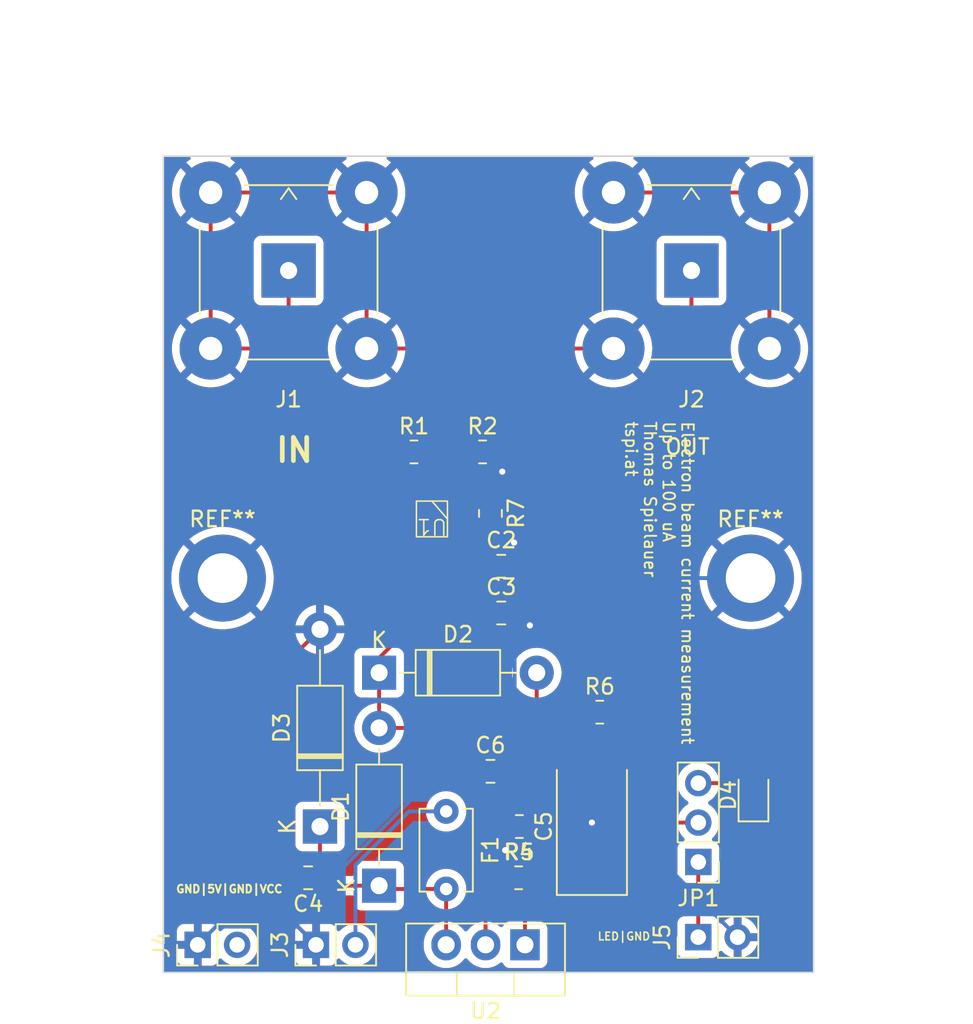
<source format=kicad_pcb>
(kicad_pcb (version 20221018) (generator pcbnew)
  (layers (0 "F.Cu" signal) (31 "B.Cu" signal) (34 "B.Paste" user) (35 "F.Paste" user) (36 "B.SilkS" user "B.Silkscreen") (37 "F.SilkS" user "F.Silkscreen") (38 "B.Mask" user) (39 "F.Mask" user) (44 "Edge.Cuts" user))
  (net 0 "")
  (net 1 "+5V")
  (net 2 "GND")
  (net 3 "Net-(D1-K)")
  (net 4 "Net-(D2-A)")
  (net 5 "Net-(D4-A)")
  (net 6 "VCC")
  (net 7 "Net-(J1-In)")
  (net 8 "Net-(J2-In)")
  (net 9 "Net-(J5-Pin_1)")
  (net 10 "Net-(JP1-C)")
  (net 11 "Net-(U1A--)")
  (net 12 "Net-(U1A-+)")
  (footprint "Capacitor_THT:C_Disc_D5.1mm_W3.2mm_P5.00mm" (layer "F.Cu") (at 64.709 80.812 -90)
    (fp_text reference "F1" (at 2.5 -2.85 90) (layer "F.SilkS"))
    (fp_text value "Polyfuse")
    (fp_line (start -0.17 -1.721) (end -0.17 -1.055) (stroke (width 0.12)) (layer "F.SilkS"))
    (fp_line (start -0.17 -1.721) (end 5.17 -1.721) (stroke (width 0.12)) (layer "F.SilkS"))
    (fp_line (start -0.17 1.055) (end -0.17 1.721) (stroke (width 0.12)) (layer "F.SilkS"))
    (fp_line (start -0.17 1.721) (end 5.17 1.721) (stroke (width 0.12)) (layer "F.SilkS"))
    (fp_line (start 5.17 -1.721) (end 5.17 -1.055) (stroke (width 0.12)) (layer "F.SilkS"))
    (fp_line (start 5.17 1.055) (end 5.17 1.721) (stroke (width 0.12)) (layer "F.SilkS"))
    (pad "1" thru_hole circle (at 0 0 270) (size 1.6 1.6) (drill 0.8) (layers "*.Cu" "*.Mask") (net 6 "VCC"))
    (pad "2" thru_hole circle (at 5 0 270) (size 1.6 1.6) (drill 0.8) (layers "*.Cu" "*.Mask") (net 3 "Net-(D1-K)"))
  )
  (footprint "Connector_PinHeader_2.54mm:PinHeader_1x02_P2.54mm_Vertical" (layer "F.Cu") (at 80.955 88.915 90)
    (fp_text reference "J5" (at 0 -2.33 90) (layer "F.SilkS"))
    (fp_text value "EXT_LED_PWR")
    (fp_line (start -1.33 -1.33) (end 0 -1.33) (stroke (width 0.12)) (layer "F.SilkS"))
    (fp_line (start -1.33 0) (end -1.33 -1.33) (stroke (width 0.12)) (layer "F.SilkS"))
    (fp_line (start -1.33 1.27) (end -1.33 3.87) (stroke (width 0.12)) (layer "F.SilkS"))
    (fp_line (start -1.33 1.27) (end 1.33 1.27) (stroke (width 0.12)) (layer "F.SilkS"))
    (fp_line (start -1.33 3.87) (end 1.33 3.87) (stroke (width 0.12)) (layer "F.SilkS"))
    (fp_line (start 1.33 1.27) (end 1.33 3.87) (stroke (width 0.12)) (layer "F.SilkS"))
    (pad "1" thru_hole rect (at 0 0 90) (size 1.7 1.7) (drill 1) (layers "*.Cu" "*.Mask") (net 9 "Net-(J5-Pin_1)"))
    (pad "2" thru_hole oval (at 0 2.54 90) (size 1.7 1.7) (drill 1) (layers "*.Cu" "*.Mask") (net 2 "GND"))
  )
  (footprint "Capacitor_SMD:C_0805_2012Metric" (layer "F.Cu") (at 67.564 78.232)
    (fp_text reference "C6" (at 0 -1.68) (layer "F.SilkS"))
    (fp_text value "1uF")
    (fp_line (start -0.261252 -0.735) (end 0.261252 -0.735) (stroke (width 0.12)) (layer "F.SilkS"))
    (fp_line (start -0.261252 0.735) (end 0.261252 0.735) (stroke (width 0.12)) (layer "F.SilkS"))
    (pad "1" smd roundrect (at -0.95 0) (size 1 1.45) (layers "F.Cu" "F.Paste" "F.Mask") (net 1 "+5V"))
    (pad "2" smd roundrect (at 0.95 0) (size 1 1.45) (layers "F.Cu" "F.Paste" "F.Mask") (net 2 "GND"))
  )
  (footprint "Connector_Coaxial:BNC_TEConnectivity_1478035_Horizontal" (layer "F.Cu") (at 80.518 45.974)
    (fp_text reference "J2" (at 0 8.3) (layer "F.SilkS"))
    (fp_text value "Conn_Coaxial")
    (fp_line (start -5.73 -2.825) (end -5.73 2.825) (stroke (width 0.12)) (layer "F.SilkS"))
    (fp_line (start -2.825 5.73) (end 2.825 5.73) (stroke (width 0.12)) (layer "F.SilkS"))
    (fp_line (start 0 -5.3) (end -0.5 -4.6) (stroke (width 0.12)) (layer "F.SilkS"))
    (fp_line (start 0 -5.3) (end 0.5 -4.6) (stroke (width 0.12)) (layer "F.SilkS"))
    (fp_line (start 2.825 -5.5) (end -2.825 -5.5) (stroke (width 0.12)) (layer "F.SilkS"))
    (fp_line (start 5.73 2.825) (end 5.73 -2.825) (stroke (width 0.12)) (layer "F.SilkS"))
    (pad "1" thru_hole rect (at 0 0) (size 3.5 3.5) (drill 1.1) (layers "*.Cu" "*.Mask") (net 8 "Net-(J2-In)"))
    (pad "2" thru_hole circle (at -5.025 -5.025) (size 4 4) (drill 1.5) (layers "*.Cu" "*.Mask") (net 2 "GND"))
    (pad "2" thru_hole circle (at -5.025 5.025) (size 4 4) (drill 1.5) (layers "*.Cu" "*.Mask") (net 2 "GND"))
    (pad "2" thru_hole circle (at 5.025 -5.025) (size 4 4) (drill 1.5) (layers "*.Cu" "*.Mask") (net 2 "GND"))
    (pad "2" thru_hole circle (at 5.025 5.025) (size 4 4) (drill 1.5) (layers "*.Cu" "*.Mask") (net 2 "GND"))
  )
  (footprint "Diode_THT:D_DO-41_SOD81_P10.16mm_Horizontal" (layer "F.Cu") (at 60.386 85.598 90)
    (fp_text reference "D1" (at 5.08 -2.47 90) (layer "F.SilkS"))
    (fp_text value "1N4002")
    (fp_text user "K" (at 0 -2.1 90) (layer "F.SilkS"))
    (fp_line (start 1.34 0) (end 2.36 0) (stroke (width 0.12)) (layer "F.SilkS"))
    (fp_line (start 2.36 -1.47) (end 2.36 1.47) (stroke (width 0.12)) (layer "F.SilkS"))
    (fp_line (start 2.36 1.47) (end 7.8 1.47) (stroke (width 0.12)) (layer "F.SilkS"))
    (fp_line (start 3.14 -1.47) (end 3.14 1.47) (stroke (width 0.12)) (layer "F.SilkS"))
    (fp_line (start 3.26 -1.47) (end 3.26 1.47) (stroke (width 0.12)) (layer "F.SilkS"))
    (fp_line (start 3.38 -1.47) (end 3.38 1.47) (stroke (width 0.12)) (layer "F.SilkS"))
    (fp_line (start 7.8 -1.47) (end 2.36 -1.47) (stroke (width 0.12)) (layer "F.SilkS"))
    (fp_line (start 7.8 1.47) (end 7.8 -1.47) (stroke (width 0.12)) (layer "F.SilkS"))
    (fp_line (start 8.82 0) (end 7.8 0) (stroke (width 0.12)) (layer "F.SilkS"))
    (pad "1" thru_hole rect (at 0 0 90) (size 2.2 2.2) (drill 1.1) (layers "*.Cu" "*.Mask") (net 3 "Net-(D1-K)"))
    (pad "2" thru_hole oval (at 10.16 0 90) (size 2.2 2.2) (drill 1.1) (layers "*.Cu" "*.Mask") (net 1 "+5V"))
  )
  (footprint "Capacitor_SMD:C_0805_2012Metric" (layer "F.Cu") (at 55.814 85.09 180)
    (fp_text reference "C4" (at 0 -1.68) (layer "F.SilkS"))
    (fp_text value "0.1uF")
    (fp_line (start -0.261252 -0.735) (end 0.261252 -0.735) (stroke (width 0.12)) (layer "F.SilkS"))
    (fp_line (start -0.261252 0.735) (end 0.261252 0.735) (stroke (width 0.12)) (layer "F.SilkS"))
    (pad "1" smd roundrect (at -0.95 0 180) (size 1 1.45) (layers "F.Cu" "F.Paste" "F.Mask") (net 3 "Net-(D1-K)"))
    (pad "2" smd roundrect (at 0.95 0 180) (size 1 1.45) (layers "F.Cu" "F.Paste" "F.Mask") (net 2 "GND"))
  )
  (footprint "Capacitor_Tantalum_SMD:CP_EIA-7343-20_Kemet-V" (layer "F.Cu") (at 74.102 81.788 90)
    (fp_text reference "C5" (at 0 -3.1 90) (layer "F.SilkS"))
    (fp_text value "10uF")
    (fp_line (start -4.41 -2.26) (end -4.41 2.26) (stroke (width 0.12)) (layer "F.SilkS"))
    (fp_line (start -4.41 2.26) (end 3.65 2.26) (stroke (width 0.12)) (layer "F.SilkS"))
    (fp_line (start 3.65 -2.26) (end -4.41 -2.26) (stroke (width 0.12)) (layer "F.SilkS"))
    (pad "1" smd roundrect (at -3.1125 0 90) (size 2.075 2.55) (layers "F.Cu" "F.Paste" "F.Mask") (roundrect_rratio 0.1204819277) (net 4 "Net-(D2-A)"))
    (pad "2" smd roundrect (at 3.1125 0 90) (size 2.075 2.55) (layers "F.Cu" "F.Paste" "F.Mask") (roundrect_rratio 0.1204819277) (net 2 "GND"))
  )
  (footprint "Resistor_SMD:R_0805_2012Metric" (layer "F.Cu") (at 67.056 57.658)
    (fp_text reference "R2" (at 0 -1.65) (layer "F.SilkS"))
    (fp_text value "50k")
    (fp_line (start -0.227064 -0.735) (end 0.227064 -0.735) (stroke (width 0.12)) (layer "F.SilkS"))
    (fp_line (start -0.227064 0.735) (end 0.227064 0.735) (stroke (width 0.12)) (layer "F.SilkS"))
    (pad "1" smd roundrect (at -0.9125 0) (size 1.025 1.4) (layers "F.Cu" "F.Paste" "F.Mask") (roundrect_rratio 0.243902439) (net 12 "Net-(U1A-+)"))
    (pad "2" smd roundrect (at 0.9125 0) (size 1.025 1.4) (layers "F.Cu" "F.Paste" "F.Mask") (roundrect_rratio 0.243902439) (net 2 "GND"))
  )
  (footprint "MountingHole:MountingHole_3.2mm_M3_DIN965_Pad" (layer "F.Cu") (at 84.328 65.786)
    (fp_text reference "REF**" (at 0 -3.8) (layer "F.SilkS"))
    (fp_text value "MountingHole_3.2mm_M3_DIN965_Pad")
    (pad "1" thru_hole circle (at 0 0) (size 5.6 5.6) (drill 3.2) (layers "*.Cu" "*.Mask") (net 2 "GND"))
  )
  (footprint "Connector_PinHeader_2.54mm:PinHeader_1x02_P2.54mm_Vertical" (layer "F.Cu") (at 56.322 89.408 90)
    (fp_text reference "J3" (at 0 -2.33 90) (layer "F.SilkS"))
    (fp_text value "PWR")
    (fp_line (start -1.33 -1.33) (end 0 -1.33) (stroke (width 0.12)) (layer "F.SilkS"))
    (fp_line (start -1.33 0) (end -1.33 -1.33) (stroke (width 0.12)) (layer "F.SilkS"))
    (fp_line (start -1.33 1.27) (end -1.33 3.87) (stroke (width 0.12)) (layer "F.SilkS"))
    (fp_line (start -1.33 1.27) (end 1.33 1.27) (stroke (width 0.12)) (layer "F.SilkS"))
    (fp_line (start -1.33 3.87) (end 1.33 3.87) (stroke (width 0.12)) (layer "F.SilkS"))
    (fp_line (start 1.33 1.27) (end 1.33 3.87) (stroke (width 0.12)) (layer "F.SilkS"))
    (pad "1" thru_hole rect (at 0 0 90) (size 1.7 1.7) (drill 1) (layers "*.Cu" "*.Mask") (net 2 "GND"))
    (pad "2" thru_hole oval (at 0 2.54 90) (size 1.7 1.7) (drill 1) (layers "*.Cu" "*.Mask") (net 6 "VCC"))
  )
  (footprint "Connector_PinHeader_2.54mm:PinHeader_1x03_P2.54mm_Vertical" (layer "F.Cu") (at 80.96 84.074 180)
    (fp_text reference "JP1" (at 0 -2.33) (layer "F.SilkS"))
    (fp_text value "PWRLEDSELECT")
    (fp_line (start -1.33 -1.33) (end 0 -1.33) (stroke (width 0.12)) (layer "F.SilkS"))
    (fp_line (start -1.33 0) (end -1.33 -1.33) (stroke (width 0.12)) (layer "F.SilkS"))
    (fp_line (start -1.33 1.27) (end -1.33 6.41) (stroke (width 0.12)) (layer "F.SilkS"))
    (fp_line (start -1.33 1.27) (end 1.33 1.27) (stroke (width 0.12)) (layer "F.SilkS"))
    (fp_line (start -1.33 6.41) (end 1.33 6.41) (stroke (width 0.12)) (layer "F.SilkS"))
    (fp_line (start 1.33 1.27) (end 1.33 6.41) (stroke (width 0.12)) (layer "F.SilkS"))
    (pad "1" thru_hole rect (at 0 0 180) (size 1.7 1.7) (drill 1) (layers "*.Cu" "*.Mask") (net 9 "Net-(J5-Pin_1)"))
    (pad "2" thru_hole oval (at 0 2.54 180) (size 1.7 1.7) (drill 1) (layers "*.Cu" "*.Mask") (net 10 "Net-(JP1-C)"))
    (pad "3" thru_hole oval (at 0 5.08 180) (size 1.7 1.7) (drill 1) (layers "*.Cu" "*.Mask") (net 5 "Net-(D4-A)"))
  )
  (footprint "Resistor_SMD:R_0805_2012Metric" (layer "F.Cu") (at 74.61 74.422)
    (fp_text reference "R6" (at 0 -1.65) (layer "F.SilkS"))
    (fp_text value "100R")
    (fp_line (start -0.227064 -0.735) (end 0.227064 -0.735) (stroke (width 0.12)) (layer "F.SilkS"))
    (fp_line (start -0.227064 0.735) (end 0.227064 0.735) (stroke (width 0.12)) (layer "F.SilkS"))
    (pad "1" smd roundrect (at -0.9125 0) (size 1.025 1.4) (layers "F.Cu" "F.Paste" "F.Mask") (roundrect_rratio 0.243902439) (net 1 "+5V"))
    (pad "2" smd roundrect (at 0.9125 0) (size 1.025 1.4) (layers "F.Cu" "F.Paste" "F.Mask") (roundrect_rratio 0.243902439) (net 10 "Net-(JP1-C)"))
  )
  (footprint "Package_TO_SOT_THT:TO-220-3_Vertical" (layer "F.Cu") (at 69.789 89.408 180)
    (fp_text reference "U2" (at 2.54 -4.27) (layer "F.SilkS"))
    (fp_text value "LM317_TO-220")
    (fp_line (start -2.58 -3.27) (end -2.58 1.371) (stroke (width 0.12)) (layer "F.SilkS"))
    (fp_line (start -2.58 -3.27) (end 7.66 -3.27) (stroke (width 0.12)) (layer "F.SilkS"))
    (fp_line (start -2.58 -1.76) (end 7.66 -1.76) (stroke (width 0.12)) (layer "F.SilkS"))
    (fp_line (start -2.58 1.371) (end 7.66 1.371) (stroke (width 0.12)) (layer "F.SilkS"))
    (fp_line (start 0.69 -3.27) (end 0.69 -1.76) (stroke (width 0.12)) (layer "F.SilkS"))
    (fp_line (start 4.391 -3.27) (end 4.391 -1.76) (stroke (width 0.12)) (layer "F.SilkS"))
    (fp_line (start 7.66 -3.27) (end 7.66 1.371) (stroke (width 0.12)) (layer "F.SilkS"))
    (pad "1" thru_hole rect (at 0 0 180) (size 1.905 2) (drill 1.1) (layers "*.Cu" "*.Mask") (net 4 "Net-(D2-A)"))
    (pad "2" thru_hole oval (at 2.54 0 180) (size 1.905 2) (drill 1.1) (layers "*.Cu" "*.Mask") (net 1 "+5V"))
    (pad "3" thru_hole oval (at 5.08 0 180) (size 1.905 2) (drill 1.1) (layers "*.Cu" "*.Mask") (net 3 "Net-(D1-K)"))
  )
  (footprint "Connector_Coaxial:BNC_TEConnectivity_1478035_Horizontal" (layer "F.Cu") (at 54.555 45.974)
    (fp_text reference "J1" (at 0 8.3) (layer "F.SilkS"))
    (fp_text value "BeamIn")
    (fp_line (start -5.73 -2.825) (end -5.73 2.825) (stroke (width 0.12)) (layer "F.SilkS"))
    (fp_line (start -2.825 5.73) (end 2.825 5.73) (stroke (width 0.12)) (layer "F.SilkS"))
    (fp_line (start 0 -5.3) (end -0.5 -4.6) (stroke (width 0.12)) (layer "F.SilkS"))
    (fp_line (start 0 -5.3) (end 0.5 -4.6) (stroke (width 0.12)) (layer "F.SilkS"))
    (fp_line (start 2.825 -5.5) (end -2.825 -5.5) (stroke (width 0.12)) (layer "F.SilkS"))
    (fp_line (start 5.73 2.825) (end 5.73 -2.825) (stroke (width 0.12)) (layer "F.SilkS"))
    (pad "1" thru_hole rect (at 0 0) (size 3.5 3.5) (drill 1.1) (layers "*.Cu" "*.Mask") (net 7 "Net-(J1-In)"))
    (pad "2" thru_hole circle (at -5.025 -5.025) (size 4 4) (drill 1.5) (layers "*.Cu" "*.Mask") (net 2 "GND"))
    (pad "2" thru_hole circle (at -5.025 5.025) (size 4 4) (drill 1.5) (layers "*.Cu" "*.Mask") (net 2 "GND"))
    (pad "2" thru_hole circle (at 5.025 -5.025) (size 4 4) (drill 1.5) (layers "*.Cu" "*.Mask") (net 2 "GND"))
    (pad "2" thru_hole circle (at 5.025 5.025) (size 4 4) (drill 1.5) (layers "*.Cu" "*.Mask") (net 2 "GND"))
  )
  (footprint "MountingHole:MountingHole_3.2mm_M3_DIN965_Pad" (layer "F.Cu") (at 50.292 65.786)
    (fp_text reference "REF**" (at 0 -3.8) (layer "F.SilkS"))
    (fp_text value "MountingHole_3.2mm_M3_DIN965_Pad")
    (pad "1" thru_hole circle (at 0 0) (size 5.6 5.6) (drill 3.2) (layers "*.Cu" "*.Mask") (net 2 "GND"))
  )
  (footprint "Capacitor_SMD:C_0805_2012Metric" (layer "F.Cu") (at 68.26 65.024)
    (fp_text reference "C2" (at 0 -1.68) (layer "F.SilkS"))
    (fp_text value "100pF")
    (fp_line (start -0.261252 -0.735) (end 0.261252 -0.735) (stroke (width 0.12)) (layer "F.SilkS"))
    (fp_line (start -0.261252 0.735) (end 0.261252 0.735) (stroke (width 0.12)) (layer "F.SilkS"))
    (pad "1" smd roundrect (at -0.95 0) (size 1 1.45) (layers "F.Cu" "F.Paste" "F.Mask") (net 1 "+5V"))
    (pad "2" smd roundrect (at 0.95 0) (size 1 1.45) (layers "F.Cu" "F.Paste" "F.Mask") (net 2 "GND"))
  )
  (footprint "Diode_THT:D_DO-41_SOD81_P12.70mm_Horizontal" (layer "F.Cu") (at 56.576 81.788 90)
    (fp_text reference "D3" (at 6.35 -2.47 90) (layer "F.SilkS"))
    (fp_text value "1N5360BRLG")
    (fp_text user "K" (at 0 -2.1 90) (layer "F.SilkS"))
    (fp_line (start 1.34 0) (end 3.63 0) (stroke (width 0.12)) (layer "F.SilkS"))
    (fp_line (start 3.63 -1.47) (end 3.63 1.47) (stroke (width 0.12)) (layer "F.SilkS"))
    (fp_line (start 3.63 1.47) (end 9.07 1.47) (stroke (width 0.12)) (layer "F.SilkS"))
    (fp_line (start 4.41 -1.47) (end 4.41 1.47) (stroke (width 0.12)) (layer "F.SilkS"))
    (fp_line (start 4.53 -1.47) (end 4.53 1.47) (stroke (width 0.12)) (layer "F.SilkS"))
    (fp_line (start 4.65 -1.47) (end 4.65 1.47) (stroke (width 0.12)) (layer "F.SilkS"))
    (fp_line (start 9.07 -1.47) (end 3.63 -1.47) (stroke (width 0.12)) (layer "F.SilkS"))
    (fp_line (start 9.07 1.47) (end 9.07 -1.47) (stroke (width 0.12)) (layer "F.SilkS"))
    (fp_line (start 11.36 0) (end 9.07 0) (stroke (width 0.12)) (layer "F.SilkS"))
    (pad "1" thru_hole rect (at 0 0 90) (size 2.2 2.2) (drill 1.1) (layers "*.Cu" "*.Mask") (net 3 "Net-(D1-K)"))
    (pad "2" thru_hole oval (at 12.7 0 90) (size 2.2 2.2) (drill 1.1) (layers "*.Cu" "*.Mask") (net 2 "GND"))
  )
  (footprint "LED_SMD:LED_0805_2012Metric" (layer "F.Cu") (at 84.516 79.771 90)
    (fp_text reference "D4" (at 0 -1.65 90) (layer "F.SilkS"))
    (fp_text value "LED_PWR")
    (fp_line (start -1.685 -0.96) (end -1.685 0.96) (stroke (width 0.12)) (layer "F.SilkS"))
    (fp_line (start -1.685 0.96) (end 1 0.96) (stroke (width 0.12)) (layer "F.SilkS"))
    (fp_line (start 1 -0.96) (end -1.685 -0.96) (stroke (width 0.12)) (layer "F.SilkS"))
    (pad "1" smd roundrect (at -0.9375 0 90) (size 0.975 1.4) (layers "F.Cu" "F.Paste" "F.Mask") (net 2 "GND"))
    (pad "2" smd roundrect (at 0.9375 0 90) (size 0.975 1.4) (layers "F.Cu" "F.Paste" "F.Mask") (net 5 "Net-(D4-A)"))
  )
  (footprint "Resistor_SMD:R_0805_2012Metric" (layer "F.Cu") (at 69.4265 81.788 180)
    (fp_text reference "R5" (at 0 -1.65) (layer "F.SilkS"))
    (fp_text value "720R")
    (fp_line (start -0.227064 -0.735) (end 0.227064 -0.735) (stroke (width 0.12)) (layer "F.SilkS"))
    (fp_line (start -0.227064 0.735) (end 0.227064 0.735) (stroke (width 0.12)) (layer "F.SilkS"))
    (pad "1" smd roundrect (at -0.9125 0 180) (size 1.025 1.4) (layers "F.Cu" "F.Paste" "F.Mask") (roundrect_rratio 0.243902439) (net 4 "Net-(D2-A)"))
    (pad "2" smd roundrect (at 0.9125 0 180) (size 1.025 1.4) (layers "F.Cu" "F.Paste" "F.Mask") (roundrect_rratio 0.243902439) (net 2 "GND"))
  )
  (footprint "Resistor_SMD:R_0805_2012Metric" (layer "F.Cu") (at 62.6345 57.658)
    (fp_text reference "R1" (at 0 -1.65) (layer "F.SilkS"))
    (fp_text value "50k")
    (fp_line (start -0.227064 -0.735) (end 0.227064 -0.735) (stroke (width 0.12)) (layer "F.SilkS"))
    (fp_line (start -0.227064 0.735) (end 0.227064 0.735) (stroke (width 0.12)) (layer "F.SilkS"))
    (pad "1" smd roundrect (at -0.9125 0) (size 1.025 1.4) (layers "F.Cu" "F.Paste" "F.Mask") (roundrect_rratio 0.243902439) (net 7 "Net-(J1-In)"))
    (pad "2" smd roundrect (at 0.9125 0) (size 1.025 1.4) (layers "F.Cu" "F.Paste" "F.Mask") (roundrect_rratio 0.243902439) (net 12 "Net-(U1A-+)"))
  )
  (footprint "Resistor_SMD:R_0805_2012Metric" (layer "F.Cu") (at 69.3795 85.09)
    (fp_text reference "R4" (at 0 -1.65) (layer "F.SilkS"))
    (fp_text value "240R")
    (fp_line (start -0.227064 -0.735) (end 0.227064 -0.735) (stroke (width 0.12)) (layer "F.SilkS"))
    (fp_line (start -0.227064 0.735) (end 0.227064 0.735) (stroke (width 0.12)) (layer "F.SilkS"))
    (pad "1" smd roundrect (at -0.9125 0) (size 1.025 1.4) (layers "F.Cu" "F.Paste" "F.Mask") (roundrect_rratio 0.243902439) (net 1 "+5V"))
    (pad "2" smd roundrect (at 0.9125 0) (size 1.025 1.4) (layers "F.Cu" "F.Paste" "F.Mask") (roundrect_rratio 0.243902439) (net 4 "Net-(D2-A)"))
  )
  (footprint "Capacitor_SMD:C_0805_2012Metric" (layer "F.Cu") (at 68.26 68.034)
    (fp_text reference "C3" (at 0 -1.68) (layer "F.SilkS"))
    (fp_text value "1uF")
    (fp_line (start -0.261252 -0.735) (end 0.261252 -0.735) (stroke (width 0.12)) (layer "F.SilkS"))
    (fp_line (start -0.261252 0.735) (end 0.261252 0.735) (stroke (width 0.12)) (layer "F.SilkS"))
    (pad "1" smd roundrect (at -0.95 0) (size 1 1.45) (layers "F.Cu" "F.Paste" "F.Mask") (net 1 "+5V"))
    (pad "2" smd roundrect (at 0.95 0) (size 1 1.45) (layers "F.Cu" "F.Paste" "F.Mask") (net 2 "GND"))
  )
  (footprint "Resistor_SMD:R_0805_2012Metric" (layer "F.Cu") (at 67.564 61.6185 -90)
    (fp_text reference "R7" (at 0 -1.65 90) (layer "F.SilkS"))
    (fp_text value "10R")
    (fp_line (start -0.227064 -0.735) (end 0.227064 -0.735) (stroke (width 0.12)) (layer "F.SilkS"))
    (fp_line (start -0.227064 0.735) (end 0.227064 0.735) (stroke (width 0.12)) (layer "F.SilkS"))
    (pad "1" smd roundrect (at -0.9125 0 270) (size 1.025 1.4) (layers "F.Cu" "F.Paste" "F.Mask") (roundrect_rratio 0.243902439) (net 11 "Net-(U1A--)"))
    (pad "2" smd roundrect (at 0.9125 0 270) (size 1.025 1.4) (layers "F.Cu" "F.Paste" "F.Mask") (roundrect_rratio 0.243902439) (net 8 "Net-(J2-In)"))
  )
  (footprint "Diode_THT:D_DO-41_SOD81_P10.16mm_Horizontal" (layer "F.Cu") (at 60.386 71.882)
    (fp_text reference "D2" (at 5.08 -2.47) (layer "F.SilkS"))
    (fp_text value "1N4002")
    (fp_text user "K" (at 0 -2.1) (layer "F.SilkS"))
    (fp_line (start 1.34 0) (end 2.36 0) (stroke (width 0.12)) (layer "F.SilkS"))
    (fp_line (start 2.36 -1.47) (end 2.36 1.47) (stroke (width 0.12)) (layer "F.SilkS"))
    (fp_line (start 2.36 1.47) (end 7.8 1.47) (stroke (width 0.12)) (layer "F.SilkS"))
    (fp_line (start 3.14 -1.47) (end 3.14 1.47) (stroke (width 0.12)) (layer "F.SilkS"))
    (fp_line (start 3.26 -1.47) (end 3.26 1.47) (stroke (width 0.12)) (layer "F.SilkS"))
    (fp_line (start 3.38 -1.47) (end 3.38 1.47) (stroke (width 0.12)) (layer "F.SilkS"))
    (fp_line (start 7.8 -1.47) (end 2.36 -1.47) (stroke (width 0.12)) (layer "F.SilkS"))
    (fp_line (start 7.8 1.47) (end 7.8 -1.47) (stroke (width 0.12)) (layer "F.SilkS"))
    (fp_line (start 8.82 0) (end 7.8 0) (stroke (width 0.12)) (layer "F.SilkS"))
    (pad "1" thru_hole rect (at 0 0) (size 2.2 2.2) (drill 1.1) (layers "*.Cu" "*.Mask") (net 1 "+5V"))
    (pad "2" thru_hole oval (at 10.16 0) (size 2.2 2.2) (drill 1.1) (layers "*.Cu" "*.Mask") (net 4 "Net-(D2-A)"))
  )
  (footprint "VSSOP_OPA300:VSSOP_OPA300" (layer "F.Cu") (at 63.791 61.976 180)
    (fp_text reference "U1" (at 0 -0.5 180 unlocked) (layer "F.SilkS") (effects (font (thickness 0.1))))
    (fp_text value "~")
    (fp_line (start -1 0) (end 0 1.15) (stroke (width 0.1)) (layer "F.SilkS"))
    (fp_rect (start -1 -1.15) (end 1 1.15) (stroke (width 0.1)) (fill none) (layer "F.SilkS"))
    (pad "1" smd roundrect (at -0.725 1.425) (size 0.21 0.55) (layers "F.Cu" "F.Paste" "F.Mask") (net 11 "Net-(U1A--)"))
    (pad "2" smd roundrect (at -0.25 1.425) (size 0.21 0.55) (layers "F.Cu" "F.Paste" "F.Mask") (net 11 "Net-(U1A--)"))
    (pad "3" smd roundrect (at 0.25 1.425) (size 0.21 0.55) (layers "F.Cu" "F.Paste" "F.Mask") (net 12 "Net-(U1A-+)"))
    (pad "4" smd roundrect (at 0.75 1.425) (size 0.21 0.55) (layers "F.Cu" "F.Paste" "F.Mask") (net 2 "GND"))
    (pad "5" smd roundrect (at 0.725 -1.425) (size 0.21 0.55) (layers "F.Cu" "F.Paste" "F.Mask"))
    (pad "6" smd roundrect (at 0.25 -1.425) (size 0.21 0.55) (layers "F.Cu" "F.Paste" "F.Mask"))
    (pad "7" smd roundrect (at -0.25 -1.425) (size 0.21 0.55) (layers "F.Cu" "F.Paste" "F.Mask"))
    (pad "8" smd roundrect (at -0.725 -1.425) (size 0.21 0.55) (layers "F.Cu" "F.Paste" "F.Mask") (net 1 "+5V"))
  )
  (footprint "Connector_PinHeader_2.54mm:PinHeader_1x02_P2.54mm_Vertical" (layer "F.Cu") (at 48.697 89.408 90)
    (fp_text reference "J4" (at 0 -2.33 90) (layer "F.SilkS"))
    (fp_text value "PWR5")
    (fp_line (start -1.33 -1.33) (end 0 -1.33) (stroke (width 0.12)) (layer "F.SilkS"))
    (fp_line (start -1.33 0) (end -1.33 -1.33) (stroke (width 0.12)) (layer "F.SilkS"))
    (fp_line (start -1.33 1.27) (end -1.33 3.87) (stroke (width 0.12)) (layer "F.SilkS"))
    (fp_line (start -1.33 1.27) (end 1.33 1.27) (stroke (width 0.12)) (layer "F.SilkS"))
    (fp_line (start -1.33 3.87) (end 1.33 3.87) (stroke (width 0.12)) (layer "F.SilkS"))
    (fp_line (start 1.33 1.27) (end 1.33 3.87) (stroke (width 0.12)) (layer "F.SilkS"))
    (pad "1" thru_hole rect (at 0 0 90) (size 1.7 1.7) (drill 1) (layers "*.Cu" "*.Mask") (net 2 "GND"))
    (pad "2" thru_hole oval (at 0 2.54 90) (size 1.7 1.7) (drill 1) (layers "*.Cu" "*.Mask") (net 1 "+5V"))
  )
  (gr_rect (start 46.482 38.608) (end 88.392 91.186) (stroke (width 0.1)) (fill none) (layer "Edge.Cuts"))
  (gr_text "LED|GND" (at 74.422 89.154) (layer "F.SilkS") (effects (font (size 0.5 0.5) (thickness 0.1) bold) (justify left bottom)))
  (gr_text "Electron beam current measurement\nUp to 100 uA\nThomas Spielauer\ntspi.at" (at 76.2 55.626 270) (layer "F.SilkS") (effects (font (size 0.75 0.75) (thickness 0.12)) (justify left bottom)))
  (gr_text "OUT" (at 78.74 57.912) (layer "F.SilkS") (effects (font (size 1 1)) (justify left bottom)))
  (gr_text "GND|5V|GND|VCC" (at 47.244 86.106) (layer "F.SilkS") (effects (font (size 0.5 0.5) (thickness 0.125)) (justify left bottom)))
  (gr_text "IN" (at 53.594 58.42) (layer "F.SilkS") (effects (font (size 1.5 1.5) (thickness 0.3) bold) (justify left bottom)))
  (segment (start 67.249 89.408) (end 67.249 86.308) (width 0.25) (layer "F.Cu") (net 1))
  (segment (start 67.31 65.024) (end 66.548 64.262) (width 0.25) (layer "F.Cu") (net 1))
  (segment (start 67.31 68.034) (end 67.31 69.53) (width 0.25) (layer "F.Cu") (net 1))
  (segment (start 72.578 69.596) (end 73.6975 70.7155) (width 0.25) (layer "F.Cu") (net 1))
  (segment (start 67.249 79.761) (end 62.926 75.438) (width 0.25) (layer "F.Cu") (net 1))
  (segment (start 67.31 69.53) (end 67.244 69.596) (width 0.25) (layer "F.Cu") (net 1))
  (segment (start 67.249 86.308) (end 68.467 85.09) (width 0.25) (layer "F.Cu") (net 1))
  (segment (start 61.722 69.596) (end 60.386 70.932) (width 0.25) (layer "F.Cu") (net 1))
  (segment (start 66.614 70.226) (end 67.244 69.596) (width 0.25) (layer "F.Cu") (net 1))
  (segment (start 67.244 69.596) (end 61.722 69.596) (width 0.25) (layer "F.Cu") (net 1))
  (segment (start 73.6975 70.7155) (end 73.6975 74.422) (width 0.25) (layer "F.Cu") (net 1))
  (segment (start 60.386 70.932) (end 60.386 71.882) (width 0.25) (layer "F.Cu") (net 1))
  (segment (start 67.31 68.034) (end 67.31 65.024) (width 0.25) (layer "F.Cu") (net 1))
  (segment (start 67.249 89.408) (end 67.249 79.761) (width 0.25) (layer "F.Cu") (net 1))
  (segment (start 67.244 69.596) (end 72.578 69.596) (width 0.25) (layer "F.Cu") (net 1))
  (segment (start 64.516 64.008) (end 64.516 63.401) (width 0.25) (layer "F.Cu") (net 1))
  (segment (start 64.77 64.262) (end 64.516 64.008) (width 0.25) (layer "F.Cu") (net 1))
  (segment (start 62.926 75.438) (end 60.386 75.438) (width 0.25) (layer "F.Cu") (net 1))
  (segment (start 60.386 75.438) (end 60.386 71.882) (width 0.25) (layer "F.Cu") (net 1))
  (segment (start 66.614 78.232) (end 66.614 70.226) (width 0.25) (layer "F.Cu") (net 1))
  (segment (start 66.548 64.262) (end 64.77 64.262) (width 0.25) (layer "F.Cu") (net 1))
  (segment (start 74.102 78.6755) (end 74.102 81.534) (width 0.25) (layer "F.Cu") (net 2))
  (segment (start 69.21 68.034) (end 69.304 68.034) (width 0.25) (layer "F.Cu") (net 2))
  (segment (start 60.96 58.928) (end 53.031 50.999) (width 0.25) (layer "F.Cu") (net 2))
  (segment (start 83.495 81.7295) (end 83.495 88.915) (width 0.25) (layer "F.Cu") (net 2))
  (segment (start 75.493 50.999) (end 59.58 50.999) (width 0.25) (layer "F.Cu") (net 2))
  (segment (start 56.322 89.408) (end 55.052 88.138) (width 0.25) (layer "F.Cu") (net 2))
  (segment (start 55.052 88.138) (end 55.052 85.278) (width 0.25) (layer "F.Cu") (net 2))
  (segment (start 49.53 40.949) (end 59.58 40.949) (width 0.25) (layer "F.Cu") (net 2))
  (segment (start 63.041 60.551) (end 61.418 58.928) (width 0.25) (layer "F.Cu") (net 2))
  (segment (start 54.864 85.09) (end 54.864 70.8) (width 0.25) (layer "F.Cu") (net 2))
  (segment (start 67.9685 58.5705) (end 68.326 58.928) (width 0.25) (layer "F.Cu") (net 2))
  (segment (start 68.514 81.788) (end 68.514 78.232) (width 0.25) (layer "F.Cu") (net 2))
  (segment (start 67.818 55.626) (end 67.818 57.5075) (width 0.25) (layer "F.Cu") (net 2))
  (segment (start 67.818 57.5075) (end 67.9685 57.658) (width 0.25) (layer "F.Cu") (net 2))
  (segment (start 69.21 68.034) (end 69.21 65.024) (width 0.25) (layer "F.Cu") (net 2))
  (segment (start 69.088 64.902) (end 69.21 65.024) (width 0.25) (layer "F.Cu") (net 2))
  (segment (start 69.088 63.5) (end 69.088 64.902) (width 0.25) (layer "F.Cu") (net 2))
  (segment (start 55.052 85.278) (end 54.864 85.09) (width 0.25) (layer "F.Cu") (net 2))
  (segment (start 54.864 70.8) (end 56.576 69.088) (width 0.25) (layer "F.Cu") (net 2))
  (segment (start 84.516 80.7085) (end 83.495 81.7295) (width 0.25) (layer "F.Cu") (net 2))
  (segment (start 61.418 58.928) (end 60.96 58.928) (width 0.25) (layer "F.Cu") (net 2))
  (segment (start 85.543 40.949) (end 85.543 50.999) (width 0.25) (layer "F.Cu") (net 2))
  (segment (start 53.031 50.999) (end 49.53 50.999) (width 0.25) (layer "F.Cu") (net 2))
  (segment (start 75.493 40.949) (end 85.543 40.949) (width 0.25) (layer "F.Cu") (net 2))
  (segment (start 67.9685 57.658) (end 67.9685 58.5705) (width 0.25) (layer "F.Cu") (net 2))
  (segment (start 69.304 68.034) (end 70.104 68.834) (width 0.25) (layer "F.Cu") (net 2))
  (segment (start 59.58 40.949) (end 59.58 50.999) (width 0.25) (layer "F.Cu") (net 2))
  (segment (start 66.747 54.555) (end 67.818 55.626) (width 0.25) (layer "F.Cu") (net 2))
  (segment (start 49.53 50.999) (end 49.53 40.949) (width 0.25) (layer "F.Cu") (net 2))
  (segment (start 68.514 81.788) (end 68.514 83.312) (width 0.25) (layer "F.Cu") (net 2))
  (via (at 68.514 83.312) (size 0.8) (drill 0.4) (layers "F.Cu" "B.Cu") (net 2))
  (via (at 74.102 81.534) (size 0.8) (drill 0.4) (layers "F.Cu" "B.Cu") (net 2))
  (via (at 68.326 58.928) (size 0.8) (drill 0.4) (layers "F.Cu" "B.Cu") (net 2))
  (via (at 70.104 68.834) (size 0.8) (drill 0.4) (layers "F.Cu" "B.Cu") (net 2))
  (via (at 69.088 63.5) (size 0.8) (drill 0.4) (layers "F.Cu" "B.Cu") (net 2))
  (segment (start 70.104 68.834) (end 69.121 69.817) (width 0.25) (layer "B.Cu") (net 2))
  (segment (start 69.121 80.943745) (end 68.514 81.550745) (width 0.25) (layer "B.Cu") (net 2))
  (segment (start 56.322 86.175604) (end 56.322 89.408) (width 0.25) (layer "B.Cu") (net 2))
  (segment (start 50.292 65.786) (end 53.594 69.088) (width 0.25) (layer "B.Cu") (net 2))
  (segment (start 49.872 88.233) (end 55.147 88.233) (width 0.25) (layer "B.Cu") (net 2))
  (segment (start 69.121 69.817) (end 69.121 80.943745) (width 0.25) (layer "B.Cu") (net 2))
  (segment (start 48.697 89.408) (end 49.872 88.233) (width 0.25) (layer "B.Cu") (net 2))
  (segment (start 65.703255 78.74) (end 63.757604 78.74) (width 0.25) (layer "B.Cu") (net 2))
  (segment (start 53.594 69.088) (end 56.576 69.088) (width 0.25) (layer "B.Cu") (net 2))
  (segment (start 74.102 81.534) (end 76.114 81.534) (width 0.25) (layer "B.Cu") (net 2))
  (segment (start 68.514 81.550745) (end 65.703255 78.74) (width 0.25) (layer "B.Cu") (net 2))
  (segment (start 73.152 65.786) (end 84.328 65.786) (width 0.25) (layer "B.Cu") (net 2))
  (segment (start 69.088 59.69) (end 69.088 63.5) (width 0.25) (layer "B.Cu") (net 2))
  (segment (start 76.114 81.534) (end 83.495 88.915) (width 0.25) (layer "B.Cu") (net 2))
  (segment (start 68.514 83.312) (end 68.514 81.550745) (width 0.25) (layer "B.Cu") (net 2))
  (segment (start 70.104 68.834) (end 73.152 65.786) (width 0.25) (layer "B.Cu") (net 2))
  (segment (start 63.757604 78.74) (end 56.322 86.175604) (width 0.25) (layer "B.Cu") (net 2))
  (segment (start 68.326 58.928) (end 69.088 59.69) (width 0.25) (layer "B.Cu") (net 2))
  (segment (start 55.147 88.233) (end 56.322 89.408) (width 0.25) (layer "B.Cu") (net 2))
  (segment (start 56.576 84.902) (end 56.576 81.788) (width 0.25) (layer "F.Cu") (net 3))
  (segment (start 56.764 85.09) (end 56.576 84.902) (width 0.25) (layer "F.Cu") (net 3))
  (segment (start 64.709 89.408) (end 64.709 85.812) (width 0.25) (layer "F.Cu") (net 3))
  (segment (start 64.709 85.812) (end 60.6 85.812) (width 0.25) (layer "F.Cu") (net 3))
  (segment (start 60.6 85.812) (end 60.386 85.598) (width 0.25) (layer "F.Cu") (net 3))
  (segment (start 57.272 85.598) (end 56.764 85.09) (width 0.25) (layer "F.Cu") (net 3))
  (segment (start 60.386 85.598) (end 57.272 85.598) (width 0.25) (layer "F.Cu") (net 3))
  (segment (start 70.339 81.788) (end 70.546 81.581) (width 0.25) (layer "F.Cu") (net 4))
  (segment (start 70.292 85.09) (end 73.9125 85.09) (width 0.25) (layer "F.Cu") (net 4))
  (segment (start 69.789 89.408) (end 69.789 85.593) (width 0.25) (layer "F.Cu") (net 4))
  (segment (start 69.789 85.593) (end 70.292 85.09) (width 0.25) (layer "F.Cu") (net 4))
  (segment (start 70.546 81.581) (end 70.546 71.882) (width 0.25) (layer "F.Cu") (net 4))
  (segment (start 73.9125 85.09) (end 74.102 84.9005) (width 0.25) (layer "F.Cu") (net 4))
  (segment (start 70.292 85.09) (end 70.292 81.835) (width 0.25) (layer "F.Cu") (net 4))
  (segment (start 70.292 81.835) (end 70.339 81.788) (width 0.25) (layer "F.Cu") (net 4))
  (segment (start 80.96 78.994) (end 84.3555 78.994) (width 0.25) (layer "F.Cu") (net 5))
  (segment (start 84.3555 78.994) (end 84.516 78.8335) (width 0.25) (layer "F.Cu") (net 5))
  (segment (start 58.862 84.272) (end 62.322 80.812) (width 0.25) (layer "B.Cu") (net 6))
  (segment (start 58.862 89.408) (end 58.862 84.272) (width 0.25) (layer "B.Cu") (net 6))
  (segment (start 62.322 80.812) (end 64.709 80.812) (width 0.25) (layer "B.Cu") (net 6))
  (segment (start 60.326396 57.658) (end 61.722 57.658) (width 0.25) (layer "F.Cu") (net 7))
  (segment (start 54.555 45.974) (end 54.555 51.886604) (width 0.25) (layer "F.Cu") (net 7))
  (segment (start 54.555 51.886604) (end 60.326396 57.658) (width 0.25) (layer "F.Cu") (net 7))
  (segment (start 67.564 62.531) (end 69.088 61.007) (width 0.25) (layer "F.Cu") (net 8))
  (segment (start 69.088 55.118) (end 69.85 54.356) (width 0.25) (layer "F.Cu") (net 8))
  (segment (start 69.85 54.356) (end 78.994 54.356) (width 0.25) (layer "F.Cu") (net 8))
  (segment (start 80.518 52.832) (end 80.518 45.974) (width 0.25) (layer "F.Cu") (net 8))
  (segment (start 69.088 61.007) (end 69.088 55.118) (width 0.25) (layer "F.Cu") (net 8))
  (segment (start 78.994 54.356) (end 80.518 52.832) (width 0.25) (layer "F.Cu") (net 8))
  (segment (start 80.955 84.079) (end 80.96 84.074) (width 0.25) (layer "F.Cu") (net 9))
  (segment (start 80.955 88.915) (end 80.955 84.079) (width 0.25) (layer "F.Cu") (net 9))
  (segment (start 77.404 81.534) (end 76.896 81.026) (width 0.25) (layer "F.Cu") (net 10))
  (segment (start 76.896 81.026) (end 76.896 75.7955) (width 0.25) (layer "F.Cu") (net 10))
  (segment (start 80.96 81.534) (end 77.404 81.534) (width 0.25) (layer "F.Cu") (net 10))
  (segment (start 76.896 75.7955) (end 75.5225 74.422) (width 0.25) (layer "F.Cu") (net 10))
  (segment (start 64.041 59.403) (end 64.262 59.182) (width 0.25) (layer "F.Cu") (net 11))
  (segment (start 67.564 59.436) (end 67.31 59.182) (width 0.25) (layer "F.Cu") (net 11))
  (segment (start 67.31 59.182) (end 64.262 59.182) (width 0.25) (layer "F.Cu") (net 11))
  (segment (start 67.564 60.706) (end 67.564 59.436) (width 0.25) (layer "F.Cu") (net 11))
  (segment (start 64.041 60.551) (end 64.041 59.403) (width 0.25) (layer "F.Cu") (net 11))
  (segment (start 63.547 60.545) (end 63.541 60.551) (width 0.25) (layer "F.Cu") (net 12))
  (segment (start 63.547 57.658) (end 66.1435 57.658) (width 0.25) (layer "F.Cu") (net 12))
  (segment (start 63.547 57.658) (end 63.547 60.545) (width 0.25) (layer "F.Cu") (net 12))
  (zone (net 2) (net_name "GND") (layer "F.Cu") (connect_pads (clearance 0.5)) (min_thickness 0.25) (fill yes (thermal_gap 0.5) (thermal_bridge_width 0.5))
    (polygon (pts (xy 46.482 38.608) (xy 88.392 38.608) (xy 88.392 91.186) (xy 46.482 91.186)))
  )
  (zone (net 2) (net_name "GND") (layer "B.Cu") (priority 1) (connect_pads (clearance 0.5)) (min_thickness 0.25) (fill yes (thermal_gap 0.5) (thermal_bridge_width 0.5))
    (polygon (pts (xy 46.482 91.186) (xy 46.482 38.608) (xy 88.392 38.608) (xy 88.392 91.186)))
  )
)
</source>
